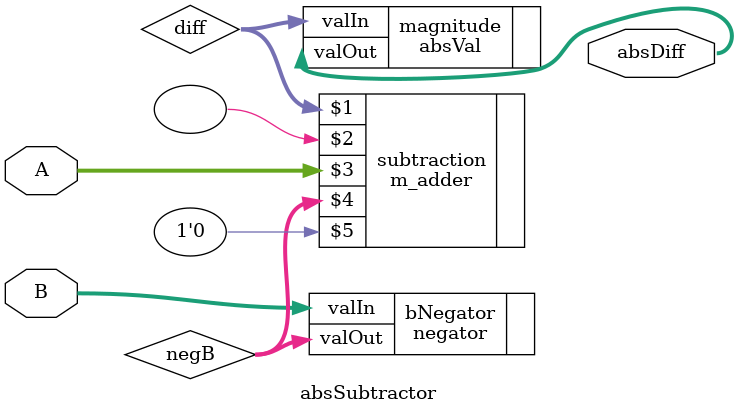
<source format=sv>
module absSubtractor
  #(parameter BUSWIDTH = 13)
   (input logic [BUSWIDTH-1:0] A, B,
    output logic [BUSWIDTH-1:0] absDiff
    );

   logic [BUSWIDTH-1:0] 	negB, diff;
   
   
   negator #(BUSWIDTH) bNegator(.valIn(B), .valOut(negB));
   m_adder #(BUSWIDTH) subtraction(diff,, A, negB, 1'b0);
   absVal #(BUSWIDTH) magnitude(.valIn(diff), .valOut(absDiff));
   


endmodule 
</source>
